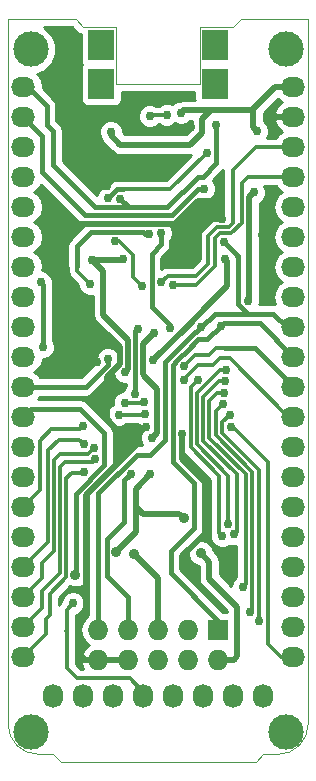
<source format=gbr>
G04 #@! TF.FileFunction,Copper,L2,Bot,Signal*
%FSLAX46Y46*%
G04 Gerber Fmt 4.6, Leading zero omitted, Abs format (unit mm)*
G04 Created by KiCad (PCBNEW (2015-01-16 BZR 5376)-product) date 01-Oct-16 1:27:22 PM*
%MOMM*%
G01*
G04 APERTURE LIST*
%ADD10C,0.150000*%
%ADD11C,0.100000*%
%ADD12R,2.200000X2.500000*%
%ADD13C,3.000000*%
%ADD14O,1.727200X2.032000*%
%ADD15O,2.032000X1.727200*%
%ADD16R,1.727200X1.727200*%
%ADD17O,1.727200X1.727200*%
%ADD18C,0.760000*%
%ADD19C,0.910000*%
%ADD20C,0.508000*%
%ADD21C,0.381000*%
%ADD22C,0.304800*%
%ADD23C,0.254000*%
G04 APERTURE END LIST*
D10*
D11*
X69850000Y-103505000D02*
X68580000Y-103505000D01*
X88900000Y-103505000D02*
X87630000Y-103505000D01*
X86995000Y-104140000D02*
X87630000Y-103505000D01*
X70485000Y-104140000D02*
X86995000Y-104140000D01*
X69850000Y-103505000D02*
X70485000Y-104140000D01*
X82296000Y-41910000D02*
X82550000Y-41910000D01*
X75184000Y-41910000D02*
X74930000Y-41910000D01*
X85090000Y-41910000D02*
X82550000Y-41910000D01*
X85725000Y-41275000D02*
X85090000Y-41910000D01*
X91440000Y-41275000D02*
X85725000Y-41275000D01*
X91440000Y-41910000D02*
X91440000Y-41275000D01*
X72390000Y-41910000D02*
X74930000Y-41910000D01*
X71755000Y-41275000D02*
X72390000Y-41910000D01*
X66040000Y-41275000D02*
X71755000Y-41275000D01*
X66040000Y-41910000D02*
X66040000Y-41275000D01*
X82296000Y-46736000D02*
X82296000Y-41910000D01*
X75184000Y-46736000D02*
X82296000Y-46736000D01*
X75184000Y-41910000D02*
X75184000Y-46736000D01*
X66040000Y-100965000D02*
X66040000Y-100330000D01*
X91440000Y-100330000D02*
X91440000Y-100965000D01*
X66040000Y-100965000D02*
G75*
G03X68580000Y-103505000I2540000J0D01*
G01*
X88900000Y-103505000D02*
G75*
G03X91440000Y-100965000I0J2540000D01*
G01*
X91440000Y-41910000D02*
X91440000Y-45720000D01*
X66040000Y-45720000D02*
X66040000Y-41910000D01*
X91440000Y-100330000D02*
X91440000Y-96520000D01*
X66040000Y-96520000D02*
X66040000Y-100330000D01*
X66040000Y-46990000D02*
X66040000Y-45720000D01*
X91440000Y-46990000D02*
X91440000Y-45720000D01*
X91440000Y-96520000D02*
X91440000Y-46990000D01*
X66040000Y-46990000D02*
X66040000Y-96520000D01*
D12*
X83565000Y-46745600D03*
X83565000Y-43445600D03*
X73915000Y-46745600D03*
X73915000Y-43445600D03*
D13*
X89535000Y-101600000D03*
X67945000Y-43815000D03*
X89535000Y-43815000D03*
X67945000Y-101600000D03*
D14*
X69850000Y-98552000D03*
X72390000Y-98552000D03*
X74930000Y-98552000D03*
X77470000Y-98552000D03*
X80010000Y-98552000D03*
X82550000Y-98552000D03*
X85090000Y-98552000D03*
X87630000Y-98552000D03*
D15*
X90170000Y-72390000D03*
X90170000Y-74930000D03*
X90170000Y-77470000D03*
X90170000Y-80010000D03*
X90170000Y-82550000D03*
X90170000Y-85090000D03*
X90170000Y-87630000D03*
X90170000Y-90170000D03*
X90170000Y-92710000D03*
X90170000Y-95250000D03*
X90170000Y-69850000D03*
X90170000Y-67310000D03*
X90170000Y-64770000D03*
X90170000Y-62230000D03*
X90170000Y-59690000D03*
X90170000Y-57150000D03*
X90170000Y-54610000D03*
X90170000Y-52070000D03*
X90170000Y-49530000D03*
X90170000Y-46990000D03*
X67310000Y-72390000D03*
X67310000Y-74930000D03*
X67310000Y-77470000D03*
X67310000Y-80010000D03*
X67310000Y-82550000D03*
X67310000Y-85090000D03*
X67310000Y-87630000D03*
X67310000Y-90170000D03*
X67310000Y-92710000D03*
X67310000Y-95250000D03*
X67310000Y-46990000D03*
X67310000Y-49530000D03*
X67310000Y-52070000D03*
X67310000Y-54610000D03*
X67310000Y-57150000D03*
X67310000Y-59690000D03*
X67310000Y-62230000D03*
X67310000Y-64770000D03*
X67310000Y-67310000D03*
X67310000Y-69850000D03*
D16*
X83820000Y-92964000D03*
D17*
X83820000Y-95504000D03*
X81280000Y-92964000D03*
X81280000Y-95504000D03*
X78740000Y-92964000D03*
X78740000Y-95504000D03*
X76200000Y-92964000D03*
X76200000Y-95504000D03*
X73660000Y-92964000D03*
X73660000Y-95504000D03*
D18*
X78092300Y-79806800D03*
X78384400Y-67818000D03*
X78232000Y-76708000D03*
X86868000Y-55930800D03*
X86309200Y-65125600D03*
X87122000Y-50749200D03*
X80670400Y-49174400D03*
X74726800Y-50800000D03*
D19*
X80899000Y-83502500D03*
X82359500Y-86487000D03*
X75184000Y-86360000D03*
D18*
X68986400Y-69037200D03*
X68783200Y-63550800D03*
D19*
X71729600Y-88290400D03*
X76657200Y-86512400D03*
D18*
X84023200Y-67259200D03*
X83667600Y-50190400D03*
X79717900Y-67373500D03*
X78955900Y-59359800D03*
X75526900Y-56476900D03*
X76403200Y-79743300D03*
X77012800Y-67462400D03*
X76758800Y-72999600D03*
X84328000Y-60147200D03*
X82397600Y-67310000D03*
X82651600Y-55626000D03*
X82143600Y-61468000D03*
X80721200Y-76403200D03*
X73558400Y-70256400D03*
X87528400Y-59537600D03*
X87680800Y-65227200D03*
X70713600Y-58775600D03*
X84175600Y-58166000D03*
X72745600Y-49733200D03*
X74371200Y-55422800D03*
X77749400Y-75755500D03*
X81546700Y-50419000D03*
D19*
X80899000Y-87058500D03*
D18*
X73152000Y-61658500D03*
X75755500Y-61595000D03*
X75946000Y-71132700D03*
X84378800Y-61569600D03*
X78282800Y-70154800D03*
X77406500Y-63881000D03*
X75082400Y-60045600D03*
X72390000Y-75692000D03*
X72440800Y-77266800D03*
X73304400Y-77571600D03*
X73406000Y-78536800D03*
X72440800Y-79603600D03*
X71539100Y-90728800D03*
X84937600Y-75793600D03*
X84785200Y-74777600D03*
X87274400Y-92252800D03*
X84226400Y-73863200D03*
X86512400Y-91440000D03*
X84277200Y-72898000D03*
X85902800Y-89357200D03*
X84378800Y-71932800D03*
X85191600Y-84886800D03*
X84480400Y-70967600D03*
X84632800Y-84023200D03*
X82143600Y-71780400D03*
X84175600Y-85039200D03*
X79959200Y-63754000D03*
X78943200Y-63550800D03*
X75895200Y-73761600D03*
X77571600Y-73710800D03*
X80924400Y-70662800D03*
X80924400Y-71780400D03*
X77622400Y-74726800D03*
X75387200Y-74777600D03*
X74472800Y-70053200D03*
X77978000Y-59436000D03*
X72999600Y-63703200D03*
X82854800Y-52578000D03*
X74536300Y-56388000D03*
X79451200Y-49377600D03*
X78028800Y-49479200D03*
D20*
X76879450Y-82194400D02*
X76879450Y-82530950D01*
X76879450Y-81019650D02*
X76879450Y-82194400D01*
X78092300Y-79806800D02*
X76879450Y-81019650D01*
X77419200Y-71323200D02*
X77419200Y-68783200D01*
X77419200Y-68783200D02*
X78384400Y-67818000D01*
X78206600Y-72110600D02*
X77622400Y-71526400D01*
X77622400Y-71526400D02*
X77419200Y-71323200D01*
X78638400Y-72542400D02*
X78206600Y-72110600D01*
D21*
X78206600Y-72110600D02*
X78181200Y-72085200D01*
D20*
X78638400Y-76301600D02*
X78638400Y-72542400D01*
X78232000Y-76708000D02*
X78638400Y-76301600D01*
D21*
X86309200Y-65125600D02*
X86461600Y-64973200D01*
D20*
X86461600Y-64973200D02*
X86461600Y-56337200D01*
X86461600Y-56337200D02*
X86868000Y-55930800D01*
X87122000Y-50749200D02*
X86791800Y-50419000D01*
X86791800Y-50419000D02*
X86791800Y-48844200D01*
X80873600Y-48971200D02*
X82600800Y-48971200D01*
D21*
X80670400Y-49174400D02*
X80873600Y-48971200D01*
D20*
X88646000Y-46990000D02*
X90170000Y-46990000D01*
X86791800Y-48844200D02*
X88646000Y-46990000D01*
X86664800Y-48971200D02*
X86791800Y-48844200D01*
X83223100Y-48971200D02*
X86664800Y-48971200D01*
X82600800Y-48971200D02*
X83223100Y-48971200D01*
D22*
X89357200Y-46990000D02*
X90170000Y-46990000D01*
D20*
X74726800Y-51079400D02*
X75552300Y-51904900D01*
X75552300Y-51904900D02*
X81470500Y-51904900D01*
X81470500Y-51904900D02*
X82473800Y-50901600D01*
X82473800Y-50901600D02*
X82473800Y-49720500D01*
X82473800Y-49720500D02*
X83223100Y-48971200D01*
X74726800Y-50800000D02*
X74726800Y-51079400D01*
X80899000Y-83502500D02*
X80518000Y-83121500D01*
X80518000Y-83121500D02*
X77470000Y-83121500D01*
X77470000Y-83121500D02*
X76879450Y-82530950D01*
X83058000Y-87185500D02*
X82359500Y-86487000D01*
X85140800Y-95504000D02*
X85445600Y-95199200D01*
X85445600Y-95199200D02*
X85445600Y-91033600D01*
X85445600Y-91033600D02*
X83058000Y-88646000D01*
X83820000Y-95504000D02*
X85140800Y-95504000D01*
X83058000Y-88646000D02*
X83058000Y-87185500D01*
X75184000Y-86360000D02*
X76879450Y-84664550D01*
X76879450Y-84664550D02*
X76879450Y-82365850D01*
D21*
X68986400Y-63754000D02*
X68986400Y-69037200D01*
X68783200Y-63550800D02*
X68986400Y-63754000D01*
X71729600Y-88290400D02*
X71755000Y-88265000D01*
X71755000Y-88265000D02*
X71755000Y-82080100D01*
X67983100Y-74256900D02*
X67310000Y-74930000D01*
X71755000Y-81445100D02*
X74180700Y-79019400D01*
X74180700Y-79019400D02*
X74180700Y-76327000D01*
X74180700Y-76327000D02*
X72110600Y-74256900D01*
X72110600Y-74256900D02*
X67983100Y-74256900D01*
X71755000Y-82080100D02*
X71755000Y-81445100D01*
D20*
X78740000Y-90017600D02*
X78740000Y-89662000D01*
X78740000Y-90068400D02*
X78740000Y-90017600D01*
X78740000Y-92964000D02*
X78740000Y-90068400D01*
X78740000Y-88595200D02*
X76657200Y-86512400D01*
X78740000Y-90068400D02*
X78740000Y-88595200D01*
D21*
X81788000Y-80721200D02*
X81788000Y-80568800D01*
X79959200Y-70561200D02*
X80365600Y-70154800D01*
X79959200Y-78740000D02*
X79959200Y-70561200D01*
X81788000Y-80568800D02*
X79959200Y-78740000D01*
X81356200Y-69164200D02*
X82143600Y-68376800D01*
X82905600Y-68376800D02*
X84023200Y-67259200D01*
X82143600Y-68376800D02*
X82905600Y-68376800D01*
X87325200Y-67005200D02*
X90170000Y-69850000D01*
X84023200Y-67259200D02*
X84277200Y-67005200D01*
X84277200Y-67005200D02*
X87325200Y-67005200D01*
X81635600Y-68884800D02*
X81356200Y-69164200D01*
X81356200Y-69164200D02*
X80365600Y-70154800D01*
X67701200Y-46990000D02*
X67310000Y-46990000D01*
X69850000Y-50749200D02*
X69291200Y-50190400D01*
X69291200Y-50190400D02*
X69291200Y-48580000D01*
X76809600Y-57200800D02*
X73406000Y-57200800D01*
X73406000Y-57200800D02*
X69850000Y-53644800D01*
X69850000Y-53644800D02*
X69850000Y-50749200D01*
X69291200Y-48580000D02*
X67701200Y-46990000D01*
X83667600Y-53441600D02*
X82499200Y-54610000D01*
X82499200Y-54610000D02*
X82346800Y-54610000D01*
X83667600Y-50190400D02*
X83667600Y-53441600D01*
X82092800Y-54610000D02*
X79502000Y-57200800D01*
X79502000Y-57200800D02*
X76809600Y-57200800D01*
X82346800Y-54610000D02*
X82092800Y-54610000D01*
X83820000Y-92964000D02*
X83820000Y-92202000D01*
X83820000Y-92202000D02*
X79806800Y-88188800D01*
X79806800Y-88188800D02*
X79806800Y-86309200D01*
X79806800Y-86309200D02*
X81788000Y-84328000D01*
X81788000Y-84328000D02*
X81788000Y-80721200D01*
X76250800Y-57200800D02*
X76733400Y-57200800D01*
X75526900Y-56476900D02*
X76250800Y-57200800D01*
X79717900Y-67170300D02*
X78181200Y-65633600D01*
X78181200Y-65633600D02*
X78181200Y-61112400D01*
X78181200Y-61112400D02*
X78955900Y-60337700D01*
X78955900Y-60337700D02*
X78955900Y-59359800D01*
X79717900Y-67373500D02*
X79717900Y-67170300D01*
X75844400Y-83794600D02*
X74371200Y-85267800D01*
X75844400Y-80302100D02*
X75844400Y-83794600D01*
X76403200Y-79743300D02*
X75844400Y-80302100D01*
X76809600Y-72948800D02*
X76758800Y-72999600D01*
X76809600Y-67665600D02*
X76809600Y-72948800D01*
X77012800Y-67462400D02*
X76809600Y-67665600D01*
X76200000Y-92964000D02*
X76200000Y-90220800D01*
X74371200Y-88392000D02*
X74371200Y-85267800D01*
X76200000Y-90220800D02*
X74371200Y-88392000D01*
X85496400Y-61874400D02*
X85496400Y-61315600D01*
X85496400Y-61315600D02*
X84328000Y-60147200D01*
X86766400Y-66192400D02*
X86309200Y-66192400D01*
X85496400Y-61366400D02*
X85445600Y-61315600D01*
X85496400Y-65379600D02*
X85496400Y-61874400D01*
X85496400Y-61874400D02*
X85496400Y-61366400D01*
X86309200Y-66192400D02*
X85496400Y-65379600D01*
X79298800Y-73964800D02*
X79298800Y-76911200D01*
X78079600Y-78130400D02*
X76936600Y-78130400D01*
X79298800Y-76911200D02*
X78079600Y-78130400D01*
X90170000Y-67310000D02*
X89611200Y-67310000D01*
X89611200Y-67310000D02*
X88493600Y-66192400D01*
X83515200Y-66192400D02*
X82397600Y-67310000D01*
X88493600Y-66192400D02*
X86766400Y-66192400D01*
X86766400Y-66192400D02*
X86512400Y-66192400D01*
X86512400Y-66192400D02*
X83515200Y-66192400D01*
X73660000Y-81407000D02*
X76936600Y-78130400D01*
X73660000Y-81407000D02*
X73660000Y-92964000D01*
X79298800Y-73964800D02*
X79298800Y-71475600D01*
X81838800Y-67767200D02*
X79298800Y-70307200D01*
X79298800Y-70307200D02*
X79298800Y-71475600D01*
X81940400Y-67767200D02*
X81838800Y-67767200D01*
X82397600Y-67310000D02*
X81940400Y-67767200D01*
X79946500Y-57810400D02*
X78778100Y-57810400D01*
X82651600Y-55626000D02*
X82130900Y-55626000D01*
X68935600Y-51612800D02*
X68935600Y-51155600D01*
X68935600Y-51155600D02*
X67310000Y-49530000D01*
X78778100Y-57810400D02*
X72542400Y-57810400D01*
X72542400Y-57810400D02*
X68935600Y-54203600D01*
X68935600Y-54203600D02*
X68935600Y-51612800D01*
X82130900Y-55626000D02*
X79946500Y-57810400D01*
D20*
X83312000Y-58166000D02*
X84175600Y-58166000D01*
X82194400Y-59283600D02*
X83312000Y-58166000D01*
X82194400Y-61417200D02*
X82194400Y-59283600D01*
X82143600Y-61468000D02*
X82194400Y-61417200D01*
X75380850Y-78809850D02*
X75380850Y-76142850D01*
X70713600Y-64249300D02*
X70713600Y-58775600D01*
X75476100Y-69011800D02*
X70713600Y-64249300D01*
X75476100Y-70459600D02*
X75476100Y-69011800D01*
X74371200Y-71564500D02*
X75476100Y-70459600D01*
X74371200Y-75133200D02*
X74371200Y-71564500D01*
X75380850Y-76142850D02*
X74371200Y-75133200D01*
X72618600Y-84289900D02*
X72618600Y-83223100D01*
X73660000Y-95504000D02*
X72580500Y-95504000D01*
X72618600Y-91236800D02*
X72618600Y-84289900D01*
X72618600Y-84289900D02*
X72618600Y-83731100D01*
X71932800Y-91922600D02*
X72618600Y-91236800D01*
X71932800Y-94856300D02*
X71932800Y-91922600D01*
X72580500Y-95504000D02*
X71932800Y-94856300D01*
X82702400Y-83769200D02*
X82702400Y-84277200D01*
D21*
X80721200Y-76403200D02*
X80772000Y-76454000D01*
D20*
X80772000Y-76454000D02*
X80772000Y-78536800D01*
X80772000Y-78536800D02*
X82702400Y-80467200D01*
X82702400Y-80467200D02*
X82702400Y-83769200D01*
X70713600Y-58775600D02*
X70713600Y-67411600D01*
X70713600Y-67411600D02*
X73558400Y-70256400D01*
X87528400Y-65074800D02*
X87528400Y-59537600D01*
D21*
X87680800Y-65227200D02*
X87528400Y-65074800D01*
D20*
X70916800Y-58572400D02*
X78994000Y-58572400D01*
X70713600Y-58775600D02*
X70916800Y-58572400D01*
X84175600Y-58166000D02*
X84175600Y-57226200D01*
X80200500Y-58572400D02*
X78994000Y-58572400D01*
X82130900Y-56642000D02*
X80200500Y-58572400D01*
X83591400Y-56642000D02*
X82130900Y-56642000D01*
X84175600Y-57226200D02*
X83591400Y-56642000D01*
X73101200Y-54152800D02*
X74371200Y-55422800D01*
X73101200Y-50088800D02*
X73101200Y-54152800D01*
X72745600Y-49733200D02*
X73101200Y-50088800D01*
X76200000Y-95504000D02*
X73660000Y-95504000D01*
X72618600Y-82486500D02*
X72618600Y-81584800D01*
X72618600Y-83223100D02*
X72618600Y-82486500D01*
X72618600Y-81572100D02*
X75380850Y-78809850D01*
X75380850Y-78809850D02*
X77025500Y-77165200D01*
X77025500Y-77165200D02*
X77025500Y-77127100D01*
X77749400Y-75755500D02*
X77622400Y-75755500D01*
X77025500Y-76352400D02*
X77025500Y-77127100D01*
X77622400Y-75755500D02*
X77025500Y-76352400D01*
X72618600Y-82486500D02*
X72618600Y-81572100D01*
X76098400Y-49733200D02*
X77076300Y-50711100D01*
X77076300Y-50711100D02*
X81254600Y-50711100D01*
X81254600Y-50711100D02*
X81546700Y-50419000D01*
X72745600Y-49733200D02*
X76098400Y-49733200D01*
X80899000Y-87058500D02*
X80962500Y-86995000D01*
X80962500Y-86995000D02*
X80962500Y-86550500D01*
X80962500Y-86550500D02*
X82702400Y-84810600D01*
X82702400Y-84810600D02*
X82702400Y-83769200D01*
X75755500Y-61595000D02*
X75692000Y-61658500D01*
X75692000Y-61658500D02*
X73152000Y-61658500D01*
X76200000Y-68389500D02*
X74104500Y-66294000D01*
X74104500Y-66294000D02*
X74104500Y-62611000D01*
X74104500Y-62611000D02*
X73152000Y-61658500D01*
X75946000Y-71132700D02*
X76200000Y-70878700D01*
X76200000Y-70878700D02*
X76200000Y-69748400D01*
X76200000Y-69748400D02*
X76200000Y-68389500D01*
X82956400Y-65481200D02*
X84582000Y-63855600D01*
X84582000Y-61772800D02*
X84378800Y-61569600D01*
X84582000Y-63855600D02*
X84582000Y-61772800D01*
X81229200Y-67208400D02*
X82956400Y-65481200D01*
X82956400Y-65481200D02*
X83058000Y-65379600D01*
X78282800Y-70154800D02*
X81229200Y-67208400D01*
D22*
X77406500Y-63881000D02*
X76581000Y-63055500D01*
X76581000Y-63055500D02*
X76581000Y-61214000D01*
X76581000Y-61214000D02*
X75412600Y-60045600D01*
X75412600Y-60045600D02*
X75082400Y-60045600D01*
X72390000Y-75692000D02*
X72085200Y-75996800D01*
X72085200Y-75996800D02*
X69697600Y-75996800D01*
X69697600Y-75996800D02*
X68732400Y-76962000D01*
X68732400Y-76962000D02*
X68732400Y-81127600D01*
X68732400Y-81127600D02*
X67310000Y-82550000D01*
X72440800Y-77266800D02*
X72034400Y-76860400D01*
X72034400Y-76860400D02*
X70358000Y-76860400D01*
X70358000Y-76860400D02*
X69443600Y-77774800D01*
X69443600Y-77774800D02*
X69443600Y-85496400D01*
X69443600Y-85496400D02*
X67310000Y-87630000D01*
X73304400Y-77571600D02*
X72796400Y-78079600D01*
X72796400Y-78079600D02*
X70459600Y-78079600D01*
X70459600Y-78079600D02*
X69951600Y-78587600D01*
X69951600Y-78587600D02*
X69951600Y-86258400D01*
X69951600Y-86258400D02*
X68935600Y-87274400D01*
X68935600Y-87274400D02*
X68935600Y-88544400D01*
X68935600Y-88544400D02*
X67310000Y-90170000D01*
X73406000Y-78536800D02*
X73202800Y-78740000D01*
X73202800Y-78740000D02*
X70866002Y-78740000D01*
X70866002Y-78740000D02*
X70459600Y-79146402D01*
X70459600Y-79146402D02*
X70459600Y-88188800D01*
X70459600Y-88188800D02*
X68935600Y-89712800D01*
X68935600Y-89712800D02*
X68935600Y-91084400D01*
X68935600Y-91084400D02*
X67310000Y-92710000D01*
X72440800Y-79603600D02*
X72390000Y-79654400D01*
X72390000Y-79654400D02*
X71424800Y-79654400D01*
X71424800Y-79654400D02*
X70967600Y-80111600D01*
X70967600Y-80111600D02*
X70967600Y-88493600D01*
X70967600Y-88493600D02*
X69545200Y-89916000D01*
X69545200Y-89916000D02*
X69545200Y-91744800D01*
X69545200Y-91744800D02*
X69240400Y-92049600D01*
X69240400Y-92049600D02*
X69240400Y-93319600D01*
X69240400Y-93319600D02*
X67310000Y-95250000D01*
X70980300Y-93091000D02*
X71018400Y-93091000D01*
X71018400Y-93052900D02*
X70980300Y-93091000D01*
X71018400Y-91249500D02*
X71018400Y-93052900D01*
X71539100Y-90728800D02*
X71018400Y-91249500D01*
X77470000Y-98196400D02*
X77470000Y-98552000D01*
X71018400Y-93091000D02*
X71018400Y-96215200D01*
X71018400Y-96215200D02*
X71882000Y-97078800D01*
X71882000Y-97078800D02*
X76352400Y-97078800D01*
X76352400Y-97078800D02*
X77470000Y-98196400D01*
X89154000Y-95250000D02*
X90170000Y-95250000D01*
X88036400Y-94132400D02*
X89154000Y-95250000D01*
X85039200Y-75793600D02*
X88036400Y-78790800D01*
X88036400Y-78790800D02*
X88036400Y-94132400D01*
X84937600Y-75793600D02*
X85039200Y-75793600D01*
X84785200Y-74777600D02*
X84175600Y-75387200D01*
X84175600Y-75387200D02*
X84175600Y-76301600D01*
X84175600Y-76301600D02*
X87274400Y-79400400D01*
X87274400Y-79400400D02*
X87274400Y-92252800D01*
X84226400Y-73863200D02*
X83616800Y-74472800D01*
X83616800Y-74472800D02*
X83616800Y-76504800D01*
X83616800Y-76504800D02*
X86715600Y-79603600D01*
X86715600Y-79603600D02*
X86715600Y-91236800D01*
X86715600Y-91236800D02*
X86512400Y-91440000D01*
X84277200Y-72898000D02*
X83718400Y-72898000D01*
X83718400Y-72898000D02*
X83058000Y-73558400D01*
X83058000Y-73558400D02*
X83058000Y-76708000D01*
X83058000Y-76708000D02*
X86156800Y-79806800D01*
X86156800Y-79806800D02*
X86156800Y-89103200D01*
X86156800Y-89103200D02*
X85902800Y-89357200D01*
X84378800Y-71932800D02*
X83870800Y-71932800D01*
X83870800Y-71932800D02*
X82550000Y-73253600D01*
X82550000Y-73253600D02*
X82550000Y-76962000D01*
X82550000Y-76962000D02*
X85394800Y-79806800D01*
X85394800Y-84023200D02*
X85394800Y-84074000D01*
X85394800Y-79806800D02*
X85394800Y-84023200D01*
X85394800Y-84683600D02*
X85191600Y-84886800D01*
X85394800Y-84023200D02*
X85394800Y-84683600D01*
X84480400Y-70967600D02*
X83972400Y-70967600D01*
X83972400Y-70967600D02*
X81991200Y-72948800D01*
X81991200Y-72948800D02*
X81991200Y-77266800D01*
X81991200Y-77266800D02*
X84632800Y-79908400D01*
X84632800Y-79908400D02*
X84632800Y-84023200D01*
X81483200Y-72440800D02*
X81483200Y-72847200D01*
X82143600Y-71780400D02*
X81483200Y-72440800D01*
X83921600Y-84785200D02*
X84175600Y-85039200D01*
X81483200Y-72542400D02*
X81483200Y-72847200D01*
X81483200Y-72847200D02*
X81483200Y-77520800D01*
X83921600Y-79959200D02*
X83921600Y-84785200D01*
X81483200Y-77520800D02*
X83921600Y-79959200D01*
X79959200Y-63754000D02*
X81940400Y-63754000D01*
X83515200Y-59817002D02*
X83947002Y-59385200D01*
X83515200Y-62179200D02*
X83515200Y-59817002D01*
X81940400Y-63754000D02*
X83515200Y-62179200D01*
X85826600Y-58166000D02*
X85826600Y-58496200D01*
X85826600Y-55143400D02*
X86360000Y-54610000D01*
X86360000Y-54610000D02*
X90170000Y-54610000D01*
X85826600Y-58166000D02*
X85826600Y-55143400D01*
X84937600Y-59385200D02*
X83947002Y-59385200D01*
X85826600Y-58496200D02*
X84937600Y-59385200D01*
X78943200Y-63550800D02*
X78994000Y-63550800D01*
X82956400Y-59639200D02*
X83743800Y-58851800D01*
X82956400Y-61976000D02*
X82956400Y-59639200D01*
X81940400Y-62992000D02*
X82956400Y-61976000D01*
X79552800Y-62992000D02*
X81940400Y-62992000D01*
X78994000Y-63550800D02*
X79552800Y-62992000D01*
X84709000Y-58851800D02*
X83743800Y-58851800D01*
X84709000Y-58851800D02*
X85039200Y-58521600D01*
X85039200Y-54051200D02*
X87020400Y-52070000D01*
X90170000Y-52070000D02*
X87020400Y-52070000D01*
X85039200Y-58521600D02*
X85039200Y-54051200D01*
X84429600Y-69138800D02*
X83616800Y-69138800D01*
D21*
X86969600Y-69138800D02*
X84429600Y-69138800D01*
X90170000Y-72339200D02*
X86969600Y-69138800D01*
D22*
X77520800Y-73761600D02*
X75895200Y-73761600D01*
X77571600Y-73710800D02*
X77520800Y-73761600D01*
X81889600Y-69697600D02*
X80924400Y-70662800D01*
X83058000Y-69697600D02*
X81889600Y-69697600D01*
X83616800Y-69138800D02*
X83058000Y-69697600D01*
D21*
X90170000Y-72390000D02*
X90170000Y-72339200D01*
D22*
X90170000Y-74930000D02*
X89763600Y-74930000D01*
X89763600Y-74930000D02*
X84785200Y-69951600D01*
X84785200Y-69951600D02*
X83972400Y-69951600D01*
X83972400Y-69951600D02*
X83413600Y-70510400D01*
X83413600Y-70510400D02*
X82143600Y-70510400D01*
X82143600Y-70510400D02*
X80924400Y-71729600D01*
X80924400Y-71729600D02*
X80924400Y-71780400D01*
X77622400Y-74726800D02*
X77571600Y-74777600D01*
X77571600Y-74777600D02*
X75387200Y-74777600D01*
D21*
X67310000Y-72390000D02*
X72593200Y-72390000D01*
X74472800Y-70510400D02*
X74472800Y-70053200D01*
X72593200Y-72390000D02*
X74472800Y-70510400D01*
D22*
X71120000Y-72390000D02*
X67310000Y-72390000D01*
X72999600Y-63703200D02*
X71882000Y-62585600D01*
X71882000Y-62585600D02*
X71882000Y-62128400D01*
D21*
X71882000Y-60502800D02*
X71882000Y-62128400D01*
D22*
X77927200Y-55676800D02*
X77876400Y-55676800D01*
X82854800Y-52578000D02*
X79756000Y-55676800D01*
X79756000Y-55676800D02*
X77927200Y-55676800D01*
D21*
X74536300Y-56388000D02*
X75247500Y-55676800D01*
X75247500Y-55676800D02*
X75793600Y-55676800D01*
D22*
X75793600Y-55676800D02*
X77927200Y-55676800D01*
D21*
X77597000Y-59436000D02*
X77470000Y-59309000D01*
X77470000Y-59309000D02*
X73075800Y-59309000D01*
X73075800Y-59309000D02*
X71882000Y-60502800D01*
X77978000Y-59436000D02*
X77597000Y-59436000D01*
D22*
X78130400Y-49377600D02*
X79451200Y-49377600D01*
X78028800Y-49479200D02*
X78130400Y-49377600D01*
D23*
G36*
X75311000Y-69456183D02*
X75048502Y-69193227D01*
X74675582Y-69038377D01*
X74271790Y-69038024D01*
X73898600Y-69192223D01*
X73612827Y-69477498D01*
X73457977Y-69850418D01*
X73457624Y-70254210D01*
X73488011Y-70327754D01*
X72251266Y-71564500D01*
X68710882Y-71564500D01*
X68554415Y-71330330D01*
X68239634Y-71120000D01*
X68554415Y-70909670D01*
X68879271Y-70423489D01*
X68953130Y-70052171D01*
X69187410Y-70052376D01*
X69560600Y-69898177D01*
X69846373Y-69612902D01*
X70001223Y-69239982D01*
X70001576Y-68836190D01*
X69847377Y-68463000D01*
X69811900Y-68427461D01*
X69811900Y-63754000D01*
X69798083Y-63684538D01*
X69798376Y-63349790D01*
X69644177Y-62976600D01*
X69358902Y-62690827D01*
X68985982Y-62535977D01*
X68932491Y-62535930D01*
X68993345Y-62230000D01*
X68879271Y-61656511D01*
X68554415Y-61170330D01*
X68239634Y-60960000D01*
X68554415Y-60749670D01*
X68879271Y-60263489D01*
X68993345Y-59690000D01*
X68879271Y-59116511D01*
X68554415Y-58630330D01*
X68239634Y-58420000D01*
X68554415Y-58209670D01*
X68879271Y-57723489D01*
X68993345Y-57150000D01*
X68879271Y-56576511D01*
X68554415Y-56090330D01*
X68239634Y-55880000D01*
X68554415Y-55669670D01*
X68826713Y-55262147D01*
X71958680Y-58394113D01*
X71958683Y-58394117D01*
X72226494Y-58573062D01*
X72226495Y-58573063D01*
X72542400Y-58635900D01*
X72625853Y-58635900D01*
X72492083Y-58725283D01*
X71298283Y-59919083D01*
X71119337Y-60186894D01*
X71056500Y-60502800D01*
X71056500Y-62128400D01*
X71094600Y-62319942D01*
X71094600Y-62585600D01*
X71154537Y-62886925D01*
X71325224Y-63142376D01*
X71984513Y-63801665D01*
X71984424Y-63904210D01*
X72138623Y-64277400D01*
X72423898Y-64563173D01*
X72796818Y-64718023D01*
X73200610Y-64718376D01*
X73215500Y-64712223D01*
X73215500Y-66294000D01*
X73283171Y-66634206D01*
X73475882Y-66922618D01*
X75311000Y-68757736D01*
X75311000Y-69456183D01*
X75311000Y-69456183D01*
G37*
X75311000Y-69456183D02*
X75048502Y-69193227D01*
X74675582Y-69038377D01*
X74271790Y-69038024D01*
X73898600Y-69192223D01*
X73612827Y-69477498D01*
X73457977Y-69850418D01*
X73457624Y-70254210D01*
X73488011Y-70327754D01*
X72251266Y-71564500D01*
X68710882Y-71564500D01*
X68554415Y-71330330D01*
X68239634Y-71120000D01*
X68554415Y-70909670D01*
X68879271Y-70423489D01*
X68953130Y-70052171D01*
X69187410Y-70052376D01*
X69560600Y-69898177D01*
X69846373Y-69612902D01*
X70001223Y-69239982D01*
X70001576Y-68836190D01*
X69847377Y-68463000D01*
X69811900Y-68427461D01*
X69811900Y-63754000D01*
X69798083Y-63684538D01*
X69798376Y-63349790D01*
X69644177Y-62976600D01*
X69358902Y-62690827D01*
X68985982Y-62535977D01*
X68932491Y-62535930D01*
X68993345Y-62230000D01*
X68879271Y-61656511D01*
X68554415Y-61170330D01*
X68239634Y-60960000D01*
X68554415Y-60749670D01*
X68879271Y-60263489D01*
X68993345Y-59690000D01*
X68879271Y-59116511D01*
X68554415Y-58630330D01*
X68239634Y-58420000D01*
X68554415Y-58209670D01*
X68879271Y-57723489D01*
X68993345Y-57150000D01*
X68879271Y-56576511D01*
X68554415Y-56090330D01*
X68239634Y-55880000D01*
X68554415Y-55669670D01*
X68826713Y-55262147D01*
X71958680Y-58394113D01*
X71958683Y-58394117D01*
X72226494Y-58573062D01*
X72226495Y-58573063D01*
X72542400Y-58635900D01*
X72625853Y-58635900D01*
X72492083Y-58725283D01*
X71298283Y-59919083D01*
X71119337Y-60186894D01*
X71056500Y-60502800D01*
X71056500Y-62128400D01*
X71094600Y-62319942D01*
X71094600Y-62585600D01*
X71154537Y-62886925D01*
X71325224Y-63142376D01*
X71984513Y-63801665D01*
X71984424Y-63904210D01*
X72138623Y-64277400D01*
X72423898Y-64563173D01*
X72796818Y-64718023D01*
X73200610Y-64718376D01*
X73215500Y-64712223D01*
X73215500Y-66294000D01*
X73283171Y-66634206D01*
X73475882Y-66922618D01*
X75311000Y-68757736D01*
X75311000Y-69456183D01*
G36*
X76347000Y-95631000D02*
X76327000Y-95631000D01*
X76327000Y-95651000D01*
X76073000Y-95651000D01*
X76073000Y-95631000D01*
X74994469Y-95631000D01*
X74865531Y-95631000D01*
X73787000Y-95631000D01*
X73787000Y-95651000D01*
X73533000Y-95651000D01*
X73533000Y-95631000D01*
X72325531Y-95631000D01*
X72205032Y-95863027D01*
X72405800Y-96291400D01*
X72208152Y-96291400D01*
X71805800Y-95889048D01*
X71805800Y-93091000D01*
X71802010Y-93071950D01*
X71805800Y-93052900D01*
X71805800Y-91716833D01*
X72113300Y-91589777D01*
X72399073Y-91304502D01*
X72553923Y-90931582D01*
X72554276Y-90527790D01*
X72400077Y-90154600D01*
X72114802Y-89868827D01*
X71741882Y-89713977D01*
X71338090Y-89713624D01*
X70964900Y-89867823D01*
X70679127Y-90153098D01*
X70524277Y-90526018D01*
X70524185Y-90630162D01*
X70461624Y-90692724D01*
X70332600Y-90885821D01*
X70332600Y-90242152D01*
X71287636Y-89287115D01*
X71511834Y-89380210D01*
X71945463Y-89380588D01*
X72346229Y-89214996D01*
X72653118Y-88908641D01*
X72819410Y-88508166D01*
X72819788Y-88074537D01*
X72654196Y-87673771D01*
X72580500Y-87599946D01*
X72580500Y-82080100D01*
X72580500Y-81787034D01*
X72834500Y-81533034D01*
X72834500Y-91718503D01*
X72600330Y-91874971D01*
X72275474Y-92361152D01*
X72161400Y-92934641D01*
X72161400Y-92993359D01*
X72275474Y-93566848D01*
X72600330Y-94053029D01*
X72871160Y-94233992D01*
X72453179Y-94615510D01*
X72205032Y-95144973D01*
X72325531Y-95377000D01*
X73533000Y-95377000D01*
X73533000Y-95357000D01*
X73787000Y-95357000D01*
X73787000Y-95377000D01*
X74865531Y-95377000D01*
X74994469Y-95377000D01*
X76073000Y-95377000D01*
X76073000Y-95357000D01*
X76327000Y-95357000D01*
X76327000Y-95377000D01*
X76347000Y-95377000D01*
X76347000Y-95631000D01*
X76347000Y-95631000D01*
G37*
X76347000Y-95631000D02*
X76327000Y-95631000D01*
X76327000Y-95651000D01*
X76073000Y-95651000D01*
X76073000Y-95631000D01*
X74994469Y-95631000D01*
X74865531Y-95631000D01*
X73787000Y-95631000D01*
X73787000Y-95651000D01*
X73533000Y-95651000D01*
X73533000Y-95631000D01*
X72325531Y-95631000D01*
X72205032Y-95863027D01*
X72405800Y-96291400D01*
X72208152Y-96291400D01*
X71805800Y-95889048D01*
X71805800Y-93091000D01*
X71802010Y-93071950D01*
X71805800Y-93052900D01*
X71805800Y-91716833D01*
X72113300Y-91589777D01*
X72399073Y-91304502D01*
X72553923Y-90931582D01*
X72554276Y-90527790D01*
X72400077Y-90154600D01*
X72114802Y-89868827D01*
X71741882Y-89713977D01*
X71338090Y-89713624D01*
X70964900Y-89867823D01*
X70679127Y-90153098D01*
X70524277Y-90526018D01*
X70524185Y-90630162D01*
X70461624Y-90692724D01*
X70332600Y-90885821D01*
X70332600Y-90242152D01*
X71287636Y-89287115D01*
X71511834Y-89380210D01*
X71945463Y-89380588D01*
X72346229Y-89214996D01*
X72653118Y-88908641D01*
X72819410Y-88508166D01*
X72819788Y-88074537D01*
X72654196Y-87673771D01*
X72580500Y-87599946D01*
X72580500Y-82080100D01*
X72580500Y-81787034D01*
X72834500Y-81533034D01*
X72834500Y-91718503D01*
X72600330Y-91874971D01*
X72275474Y-92361152D01*
X72161400Y-92934641D01*
X72161400Y-92993359D01*
X72275474Y-93566848D01*
X72600330Y-94053029D01*
X72871160Y-94233992D01*
X72453179Y-94615510D01*
X72205032Y-95144973D01*
X72325531Y-95377000D01*
X73533000Y-95377000D01*
X73533000Y-95357000D01*
X73787000Y-95357000D01*
X73787000Y-95377000D01*
X74865531Y-95377000D01*
X74994469Y-95377000D01*
X76073000Y-95377000D01*
X76073000Y-95357000D01*
X76327000Y-95357000D01*
X76327000Y-95377000D01*
X76347000Y-95377000D01*
X76347000Y-95631000D01*
G36*
X77749400Y-75809174D02*
X77657800Y-75847023D01*
X77372027Y-76132298D01*
X77217177Y-76505218D01*
X77216824Y-76909010D01*
X77371023Y-77282200D01*
X77393683Y-77304900D01*
X76936600Y-77304900D01*
X76620694Y-77367737D01*
X76352883Y-77546683D01*
X75006200Y-78893366D01*
X75006200Y-76327000D01*
X74943363Y-76011095D01*
X74943362Y-76011094D01*
X74764417Y-75743283D01*
X74764413Y-75743280D01*
X72694317Y-73673183D01*
X72426506Y-73494237D01*
X72110600Y-73431400D01*
X68566622Y-73431400D01*
X68710882Y-73215500D01*
X72593200Y-73215500D01*
X72909105Y-73152663D01*
X72909106Y-73152663D01*
X73176917Y-72973717D01*
X74930923Y-71219710D01*
X74930824Y-71333710D01*
X75085023Y-71706900D01*
X75370298Y-71992673D01*
X75743218Y-72147523D01*
X75984100Y-72147733D01*
X75984100Y-72338773D01*
X75898827Y-72423898D01*
X75764876Y-72746485D01*
X75694190Y-72746424D01*
X75321000Y-72900623D01*
X75035227Y-73185898D01*
X74880377Y-73558818D01*
X74880088Y-73888902D01*
X74813000Y-73916623D01*
X74527227Y-74201898D01*
X74372377Y-74574818D01*
X74372024Y-74978610D01*
X74526223Y-75351800D01*
X74811498Y-75637573D01*
X75184418Y-75792423D01*
X75588210Y-75792776D01*
X75961400Y-75638577D01*
X76035105Y-75565000D01*
X77024962Y-75565000D01*
X77046698Y-75586773D01*
X77419618Y-75741623D01*
X77749400Y-75741911D01*
X77749400Y-75809174D01*
X77749400Y-75809174D01*
G37*
X77749400Y-75809174D02*
X77657800Y-75847023D01*
X77372027Y-76132298D01*
X77217177Y-76505218D01*
X77216824Y-76909010D01*
X77371023Y-77282200D01*
X77393683Y-77304900D01*
X76936600Y-77304900D01*
X76620694Y-77367737D01*
X76352883Y-77546683D01*
X75006200Y-78893366D01*
X75006200Y-76327000D01*
X74943363Y-76011095D01*
X74943362Y-76011094D01*
X74764417Y-75743283D01*
X74764413Y-75743280D01*
X72694317Y-73673183D01*
X72426506Y-73494237D01*
X72110600Y-73431400D01*
X68566622Y-73431400D01*
X68710882Y-73215500D01*
X72593200Y-73215500D01*
X72909105Y-73152663D01*
X72909106Y-73152663D01*
X73176917Y-72973717D01*
X74930923Y-71219710D01*
X74930824Y-71333710D01*
X75085023Y-71706900D01*
X75370298Y-71992673D01*
X75743218Y-72147523D01*
X75984100Y-72147733D01*
X75984100Y-72338773D01*
X75898827Y-72423898D01*
X75764876Y-72746485D01*
X75694190Y-72746424D01*
X75321000Y-72900623D01*
X75035227Y-73185898D01*
X74880377Y-73558818D01*
X74880088Y-73888902D01*
X74813000Y-73916623D01*
X74527227Y-74201898D01*
X74372377Y-74574818D01*
X74372024Y-74978610D01*
X74526223Y-75351800D01*
X74811498Y-75637573D01*
X75184418Y-75792423D01*
X75588210Y-75792776D01*
X75961400Y-75638577D01*
X76035105Y-75565000D01*
X77024962Y-75565000D01*
X77046698Y-75586773D01*
X77419618Y-75741623D01*
X77749400Y-75741911D01*
X77749400Y-75809174D01*
G36*
X81834362Y-48082200D02*
X80873600Y-48082200D01*
X80533394Y-48149871D01*
X80519330Y-48159267D01*
X80469390Y-48159224D01*
X80096200Y-48313423D01*
X79931375Y-48477960D01*
X79653982Y-48362777D01*
X79250190Y-48362424D01*
X78877000Y-48516623D01*
X78803294Y-48590200D01*
X78534597Y-48590200D01*
X78231582Y-48464377D01*
X77827790Y-48464024D01*
X77454600Y-48618223D01*
X77168827Y-48903498D01*
X77013977Y-49276418D01*
X77013624Y-49680210D01*
X77167823Y-50053400D01*
X77453098Y-50339173D01*
X77826018Y-50494023D01*
X78229810Y-50494376D01*
X78603000Y-50340177D01*
X78778482Y-50165000D01*
X78803051Y-50165000D01*
X78875498Y-50237573D01*
X79248418Y-50392423D01*
X79652210Y-50392776D01*
X80025400Y-50238577D01*
X80190224Y-50074039D01*
X80467618Y-50189223D01*
X80871410Y-50189576D01*
X81244600Y-50035377D01*
X81420082Y-49860200D01*
X81584800Y-49860200D01*
X81584800Y-50533364D01*
X81102264Y-51015900D01*
X75920536Y-51015900D01*
X75741767Y-50837131D01*
X75741976Y-50598990D01*
X75587777Y-50225800D01*
X75302502Y-49940027D01*
X74929582Y-49785177D01*
X74525790Y-49784824D01*
X74152600Y-49939023D01*
X73866827Y-50224298D01*
X73711977Y-50597218D01*
X73711624Y-51001010D01*
X73865823Y-51374200D01*
X73904057Y-51412501D01*
X73905471Y-51419606D01*
X74098182Y-51708018D01*
X74923682Y-52533518D01*
X75212094Y-52726229D01*
X75552300Y-52793900D01*
X81470500Y-52793900D01*
X81538966Y-52780281D01*
X79429848Y-54889400D01*
X77927200Y-54889400D01*
X77876400Y-54889400D01*
X75985142Y-54889400D01*
X75793600Y-54851300D01*
X75247505Y-54851300D01*
X75247500Y-54851299D01*
X74931595Y-54914137D01*
X74663783Y-55093083D01*
X74663780Y-55093086D01*
X74384000Y-55372866D01*
X74335290Y-55372824D01*
X73962100Y-55527023D01*
X73676327Y-55812298D01*
X73532149Y-56159516D01*
X70675500Y-53302866D01*
X70675500Y-50749205D01*
X70675500Y-50749200D01*
X70675501Y-50749200D01*
X70612663Y-50433295D01*
X70433717Y-50165484D01*
X70433717Y-50165483D01*
X70433713Y-50165480D01*
X70116700Y-49848466D01*
X70116700Y-48580005D01*
X70116700Y-48580000D01*
X70116701Y-48580000D01*
X70053863Y-48264095D01*
X69874917Y-47996284D01*
X69874917Y-47996283D01*
X69874913Y-47996280D01*
X68972654Y-47094020D01*
X68993345Y-46990000D01*
X68879271Y-46416511D01*
X68554415Y-45930330D01*
X68501647Y-45895071D01*
X69152800Y-45626020D01*
X69753909Y-45025959D01*
X70079628Y-44241541D01*
X70080370Y-43392185D01*
X69756020Y-42607200D01*
X69155959Y-42006091D01*
X69044959Y-41960000D01*
X71471264Y-41960000D01*
X71905632Y-42394368D01*
X72127862Y-42542857D01*
X72167560Y-42550753D01*
X72167560Y-44695600D01*
X72214537Y-44937723D01*
X72318675Y-45096254D01*
X72217623Y-45245960D01*
X72167560Y-45495600D01*
X72167560Y-47995600D01*
X72214537Y-48237723D01*
X72354327Y-48450527D01*
X72565360Y-48592977D01*
X72815000Y-48643040D01*
X75015000Y-48643040D01*
X75257123Y-48596063D01*
X75469927Y-48456273D01*
X75612377Y-48245240D01*
X75662440Y-47995600D01*
X75662440Y-47421000D01*
X81817560Y-47421000D01*
X81817560Y-47995600D01*
X81834362Y-48082200D01*
X81834362Y-48082200D01*
G37*
X81834362Y-48082200D02*
X80873600Y-48082200D01*
X80533394Y-48149871D01*
X80519330Y-48159267D01*
X80469390Y-48159224D01*
X80096200Y-48313423D01*
X79931375Y-48477960D01*
X79653982Y-48362777D01*
X79250190Y-48362424D01*
X78877000Y-48516623D01*
X78803294Y-48590200D01*
X78534597Y-48590200D01*
X78231582Y-48464377D01*
X77827790Y-48464024D01*
X77454600Y-48618223D01*
X77168827Y-48903498D01*
X77013977Y-49276418D01*
X77013624Y-49680210D01*
X77167823Y-50053400D01*
X77453098Y-50339173D01*
X77826018Y-50494023D01*
X78229810Y-50494376D01*
X78603000Y-50340177D01*
X78778482Y-50165000D01*
X78803051Y-50165000D01*
X78875498Y-50237573D01*
X79248418Y-50392423D01*
X79652210Y-50392776D01*
X80025400Y-50238577D01*
X80190224Y-50074039D01*
X80467618Y-50189223D01*
X80871410Y-50189576D01*
X81244600Y-50035377D01*
X81420082Y-49860200D01*
X81584800Y-49860200D01*
X81584800Y-50533364D01*
X81102264Y-51015900D01*
X75920536Y-51015900D01*
X75741767Y-50837131D01*
X75741976Y-50598990D01*
X75587777Y-50225800D01*
X75302502Y-49940027D01*
X74929582Y-49785177D01*
X74525790Y-49784824D01*
X74152600Y-49939023D01*
X73866827Y-50224298D01*
X73711977Y-50597218D01*
X73711624Y-51001010D01*
X73865823Y-51374200D01*
X73904057Y-51412501D01*
X73905471Y-51419606D01*
X74098182Y-51708018D01*
X74923682Y-52533518D01*
X75212094Y-52726229D01*
X75552300Y-52793900D01*
X81470500Y-52793900D01*
X81538966Y-52780281D01*
X79429848Y-54889400D01*
X77927200Y-54889400D01*
X77876400Y-54889400D01*
X75985142Y-54889400D01*
X75793600Y-54851300D01*
X75247505Y-54851300D01*
X75247500Y-54851299D01*
X74931595Y-54914137D01*
X74663783Y-55093083D01*
X74663780Y-55093086D01*
X74384000Y-55372866D01*
X74335290Y-55372824D01*
X73962100Y-55527023D01*
X73676327Y-55812298D01*
X73532149Y-56159516D01*
X70675500Y-53302866D01*
X70675500Y-50749205D01*
X70675500Y-50749200D01*
X70675501Y-50749200D01*
X70612663Y-50433295D01*
X70433717Y-50165484D01*
X70433717Y-50165483D01*
X70433713Y-50165480D01*
X70116700Y-49848466D01*
X70116700Y-48580005D01*
X70116700Y-48580000D01*
X70116701Y-48580000D01*
X70053863Y-48264095D01*
X69874917Y-47996284D01*
X69874917Y-47996283D01*
X69874913Y-47996280D01*
X68972654Y-47094020D01*
X68993345Y-46990000D01*
X68879271Y-46416511D01*
X68554415Y-45930330D01*
X68501647Y-45895071D01*
X69152800Y-45626020D01*
X69753909Y-45025959D01*
X70079628Y-44241541D01*
X70080370Y-43392185D01*
X69756020Y-42607200D01*
X69155959Y-42006091D01*
X69044959Y-41960000D01*
X71471264Y-41960000D01*
X71905632Y-42394368D01*
X72127862Y-42542857D01*
X72167560Y-42550753D01*
X72167560Y-44695600D01*
X72214537Y-44937723D01*
X72318675Y-45096254D01*
X72217623Y-45245960D01*
X72167560Y-45495600D01*
X72167560Y-47995600D01*
X72214537Y-48237723D01*
X72354327Y-48450527D01*
X72565360Y-48592977D01*
X72815000Y-48643040D01*
X75015000Y-48643040D01*
X75257123Y-48596063D01*
X75469927Y-48456273D01*
X75612377Y-48245240D01*
X75662440Y-47995600D01*
X75662440Y-47421000D01*
X81817560Y-47421000D01*
X81817560Y-47995600D01*
X81834362Y-48082200D01*
G36*
X84259335Y-54013316D02*
X84251800Y-54051200D01*
X84251800Y-58064400D01*
X83743800Y-58064400D01*
X83442475Y-58124337D01*
X83187024Y-58295024D01*
X82399624Y-59082424D01*
X82228937Y-59337875D01*
X82169000Y-59639200D01*
X82169000Y-61649848D01*
X81614248Y-62204600D01*
X79552800Y-62204600D01*
X79251475Y-62264537D01*
X79006700Y-62428090D01*
X79006700Y-61454333D01*
X79539613Y-60921419D01*
X79539616Y-60921417D01*
X79539617Y-60921417D01*
X79646886Y-60760875D01*
X79718563Y-60653606D01*
X79718563Y-60653605D01*
X79781400Y-60337700D01*
X79781400Y-59969914D01*
X79815873Y-59935502D01*
X79970723Y-59562582D01*
X79971076Y-59158790D01*
X79816877Y-58785600D01*
X79667437Y-58635900D01*
X79946500Y-58635900D01*
X80262405Y-58573063D01*
X80262406Y-58573063D01*
X80530217Y-58394117D01*
X82332012Y-56592321D01*
X82448818Y-56640823D01*
X82852610Y-56641176D01*
X83225800Y-56486977D01*
X83511573Y-56201702D01*
X83666423Y-55828782D01*
X83666776Y-55424990D01*
X83512577Y-55051800D01*
X83368830Y-54907803D01*
X84251317Y-54025317D01*
X84259335Y-54013316D01*
X84259335Y-54013316D01*
G37*
X84259335Y-54013316D02*
X84251800Y-54051200D01*
X84251800Y-58064400D01*
X83743800Y-58064400D01*
X83442475Y-58124337D01*
X83187024Y-58295024D01*
X82399624Y-59082424D01*
X82228937Y-59337875D01*
X82169000Y-59639200D01*
X82169000Y-61649848D01*
X81614248Y-62204600D01*
X79552800Y-62204600D01*
X79251475Y-62264537D01*
X79006700Y-62428090D01*
X79006700Y-61454333D01*
X79539613Y-60921419D01*
X79539616Y-60921417D01*
X79539617Y-60921417D01*
X79646886Y-60760875D01*
X79718563Y-60653606D01*
X79718563Y-60653605D01*
X79781400Y-60337700D01*
X79781400Y-59969914D01*
X79815873Y-59935502D01*
X79970723Y-59562582D01*
X79971076Y-59158790D01*
X79816877Y-58785600D01*
X79667437Y-58635900D01*
X79946500Y-58635900D01*
X80262405Y-58573063D01*
X80262406Y-58573063D01*
X80530217Y-58394117D01*
X82332012Y-56592321D01*
X82448818Y-56640823D01*
X82852610Y-56641176D01*
X83225800Y-56486977D01*
X83511573Y-56201702D01*
X83666423Y-55828782D01*
X83666776Y-55424990D01*
X83512577Y-55051800D01*
X83368830Y-54907803D01*
X84251317Y-54025317D01*
X84259335Y-54013316D01*
G36*
X85369400Y-88479364D02*
X85328600Y-88496223D01*
X85042827Y-88781498D01*
X84887977Y-89154418D01*
X84887920Y-89218684D01*
X83947000Y-88277764D01*
X83947000Y-87185500D01*
X83879329Y-86845295D01*
X83879329Y-86845294D01*
X83686618Y-86556882D01*
X83449645Y-86319909D01*
X83449688Y-86271137D01*
X83284096Y-85870371D01*
X82977741Y-85563482D01*
X82577266Y-85397190D01*
X82143637Y-85396812D01*
X81742871Y-85562404D01*
X81435982Y-85868759D01*
X81269690Y-86269234D01*
X81269312Y-86702863D01*
X81434904Y-87103629D01*
X81741259Y-87410518D01*
X82141734Y-87576810D01*
X82169000Y-87576833D01*
X82169000Y-88646000D01*
X82236671Y-88986206D01*
X82429382Y-89274618D01*
X84556600Y-91401836D01*
X84556600Y-91452960D01*
X84238394Y-91452960D01*
X80632300Y-87846866D01*
X80632300Y-86651134D01*
X82371717Y-84911717D01*
X82550663Y-84643906D01*
X82550663Y-84643905D01*
X82613500Y-84328000D01*
X82613501Y-84328000D01*
X82613500Y-84327994D01*
X82613500Y-80721200D01*
X82613500Y-80568805D01*
X82613500Y-80568800D01*
X82613501Y-80568800D01*
X82550663Y-80252895D01*
X82371717Y-79985084D01*
X82371717Y-79985083D01*
X82371713Y-79985080D01*
X80784700Y-78398066D01*
X80784700Y-77865471D01*
X80926424Y-78077576D01*
X83134200Y-80285352D01*
X83134200Y-84785200D01*
X83160705Y-84918451D01*
X83160424Y-85240210D01*
X83314623Y-85613400D01*
X83599898Y-85899173D01*
X83972818Y-86054023D01*
X84376610Y-86054376D01*
X84749800Y-85900177D01*
X84818992Y-85831105D01*
X84988818Y-85901623D01*
X85369400Y-85901955D01*
X85369400Y-88479364D01*
X85369400Y-88479364D01*
G37*
X85369400Y-88479364D02*
X85328600Y-88496223D01*
X85042827Y-88781498D01*
X84887977Y-89154418D01*
X84887920Y-89218684D01*
X83947000Y-88277764D01*
X83947000Y-87185500D01*
X83879329Y-86845295D01*
X83879329Y-86845294D01*
X83686618Y-86556882D01*
X83449645Y-86319909D01*
X83449688Y-86271137D01*
X83284096Y-85870371D01*
X82977741Y-85563482D01*
X82577266Y-85397190D01*
X82143637Y-85396812D01*
X81742871Y-85562404D01*
X81435982Y-85868759D01*
X81269690Y-86269234D01*
X81269312Y-86702863D01*
X81434904Y-87103629D01*
X81741259Y-87410518D01*
X82141734Y-87576810D01*
X82169000Y-87576833D01*
X82169000Y-88646000D01*
X82236671Y-88986206D01*
X82429382Y-89274618D01*
X84556600Y-91401836D01*
X84556600Y-91452960D01*
X84238394Y-91452960D01*
X80632300Y-87846866D01*
X80632300Y-86651134D01*
X82371717Y-84911717D01*
X82550663Y-84643906D01*
X82550663Y-84643905D01*
X82613500Y-84328000D01*
X82613501Y-84328000D01*
X82613500Y-84327994D01*
X82613500Y-80721200D01*
X82613500Y-80568805D01*
X82613500Y-80568800D01*
X82613501Y-80568800D01*
X82550663Y-80252895D01*
X82371717Y-79985084D01*
X82371717Y-79985083D01*
X82371713Y-79985080D01*
X80784700Y-78398066D01*
X80784700Y-77865471D01*
X80926424Y-78077576D01*
X83134200Y-80285352D01*
X83134200Y-84785200D01*
X83160705Y-84918451D01*
X83160424Y-85240210D01*
X83314623Y-85613400D01*
X83599898Y-85899173D01*
X83972818Y-86054023D01*
X84376610Y-86054376D01*
X84749800Y-85900177D01*
X84818992Y-85831105D01*
X84988818Y-85901623D01*
X85369400Y-85901955D01*
X85369400Y-88479364D01*
G36*
X89240365Y-63500000D02*
X88925585Y-63710330D01*
X88600729Y-64196511D01*
X88486655Y-64770000D01*
X88600729Y-65343489D01*
X88635190Y-65395063D01*
X88493600Y-65366900D01*
X87308028Y-65366900D01*
X87324023Y-65328382D01*
X87324217Y-65105833D01*
X87350600Y-64973200D01*
X87350600Y-56829625D01*
X87442200Y-56791777D01*
X87727973Y-56506502D01*
X87882823Y-56133582D01*
X87883176Y-55729790D01*
X87745835Y-55397400D01*
X88743659Y-55397400D01*
X88925585Y-55669670D01*
X89240365Y-55880000D01*
X88925585Y-56090330D01*
X88600729Y-56576511D01*
X88486655Y-57150000D01*
X88600729Y-57723489D01*
X88925585Y-58209670D01*
X89240365Y-58420000D01*
X88925585Y-58630330D01*
X88600729Y-59116511D01*
X88486655Y-59690000D01*
X88600729Y-60263489D01*
X88925585Y-60749670D01*
X89240365Y-60960000D01*
X88925585Y-61170330D01*
X88600729Y-61656511D01*
X88486655Y-62230000D01*
X88600729Y-62803489D01*
X88925585Y-63289670D01*
X89240365Y-63500000D01*
X89240365Y-63500000D01*
G37*
X89240365Y-63500000D02*
X88925585Y-63710330D01*
X88600729Y-64196511D01*
X88486655Y-64770000D01*
X88600729Y-65343489D01*
X88635190Y-65395063D01*
X88493600Y-65366900D01*
X87308028Y-65366900D01*
X87324023Y-65328382D01*
X87324217Y-65105833D01*
X87350600Y-64973200D01*
X87350600Y-56829625D01*
X87442200Y-56791777D01*
X87727973Y-56506502D01*
X87882823Y-56133582D01*
X87883176Y-55729790D01*
X87745835Y-55397400D01*
X88743659Y-55397400D01*
X88925585Y-55669670D01*
X89240365Y-55880000D01*
X88925585Y-56090330D01*
X88600729Y-56576511D01*
X88486655Y-57150000D01*
X88600729Y-57723489D01*
X88925585Y-58209670D01*
X89240365Y-58420000D01*
X88925585Y-58630330D01*
X88600729Y-59116511D01*
X88486655Y-59690000D01*
X88600729Y-60263489D01*
X88925585Y-60749670D01*
X89240365Y-60960000D01*
X88925585Y-61170330D01*
X88600729Y-61656511D01*
X88486655Y-62230000D01*
X88600729Y-62803489D01*
X88925585Y-63289670D01*
X89240365Y-63500000D01*
G36*
X90317000Y-49657000D02*
X90297000Y-49657000D01*
X90297000Y-49677000D01*
X90043000Y-49677000D01*
X90043000Y-49657000D01*
X88683783Y-49657000D01*
X88562642Y-49889026D01*
X88565291Y-49904791D01*
X88819268Y-50432036D01*
X89235069Y-50803539D01*
X88925585Y-51010330D01*
X88743659Y-51282600D01*
X87999538Y-51282600D01*
X88136823Y-50951982D01*
X88137176Y-50548190D01*
X87982977Y-50175000D01*
X87697702Y-49889227D01*
X87680800Y-49882208D01*
X87680800Y-49212436D01*
X88892732Y-48000503D01*
X88925585Y-48049670D01*
X89235069Y-48256460D01*
X88819268Y-48627964D01*
X88565291Y-49155209D01*
X88562642Y-49170974D01*
X88683783Y-49403000D01*
X90043000Y-49403000D01*
X90043000Y-49383000D01*
X90297000Y-49383000D01*
X90297000Y-49403000D01*
X90317000Y-49403000D01*
X90317000Y-49657000D01*
X90317000Y-49657000D01*
G37*
X90317000Y-49657000D02*
X90297000Y-49657000D01*
X90297000Y-49677000D01*
X90043000Y-49677000D01*
X90043000Y-49657000D01*
X88683783Y-49657000D01*
X88562642Y-49889026D01*
X88565291Y-49904791D01*
X88819268Y-50432036D01*
X89235069Y-50803539D01*
X88925585Y-51010330D01*
X88743659Y-51282600D01*
X87999538Y-51282600D01*
X88136823Y-50951982D01*
X88137176Y-50548190D01*
X87982977Y-50175000D01*
X87697702Y-49889227D01*
X87680800Y-49882208D01*
X87680800Y-49212436D01*
X88892732Y-48000503D01*
X88925585Y-48049670D01*
X89235069Y-48256460D01*
X88819268Y-48627964D01*
X88565291Y-49155209D01*
X88562642Y-49170974D01*
X88683783Y-49403000D01*
X90043000Y-49403000D01*
X90043000Y-49383000D01*
X90297000Y-49383000D01*
X90297000Y-49403000D01*
X90317000Y-49403000D01*
X90317000Y-49657000D01*
M02*

</source>
